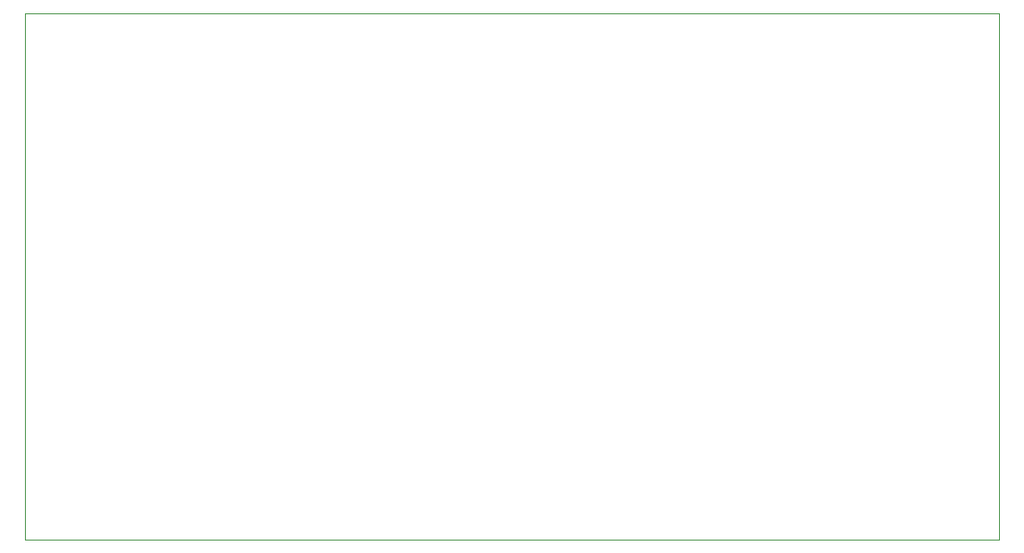
<source format=gbr>
%TF.GenerationSoftware,KiCad,Pcbnew,5.1.10-88a1d61d58~88~ubuntu20.04.1*%
%TF.CreationDate,2021-07-03T03:55:51+02:00*%
%TF.ProjectId,smd-balanced,736d642d-6261-46c6-916e-6365642e6b69,rev?*%
%TF.SameCoordinates,Original*%
%TF.FileFunction,Profile,NP*%
%FSLAX46Y46*%
G04 Gerber Fmt 4.6, Leading zero omitted, Abs format (unit mm)*
G04 Created by KiCad (PCBNEW 5.1.10-88a1d61d58~88~ubuntu20.04.1) date 2021-07-03 03:55:51*
%MOMM*%
%LPD*%
G01*
G04 APERTURE LIST*
%TA.AperFunction,Profile*%
%ADD10C,0.050000*%
%TD*%
G04 APERTURE END LIST*
D10*
X35000000Y-82500000D02*
X35000000Y-32500000D01*
X127500000Y-82500000D02*
X35000000Y-82500000D01*
X127500000Y-32500000D02*
X127500000Y-82500000D01*
X35000000Y-32500000D02*
X127500000Y-32500000D01*
M02*

</source>
